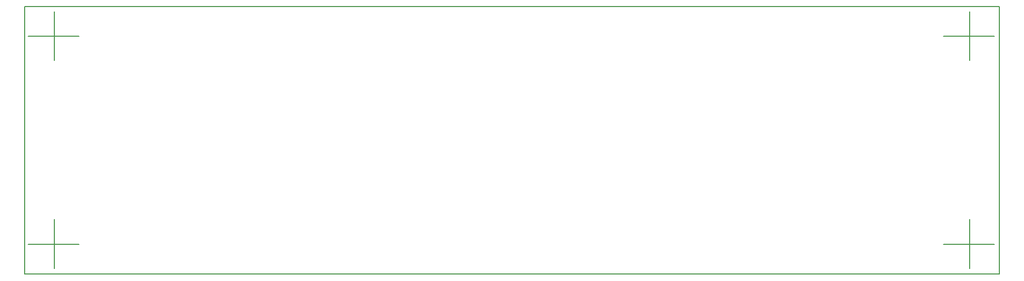
<source format=gbp>
%FSLAX25Y25*%
%MOIN*%
G70*
G01*
G75*
G04 Layer_Color=128*
%ADD10R,0.02953X0.02362*%
%ADD11R,0.03937X0.04724*%
%ADD12R,0.04724X0.03937*%
%ADD13R,0.07087X0.09843*%
%ADD14C,0.05000*%
%ADD15C,0.01000*%
%ADD16C,0.07000*%
%ADD17C,0.00500*%
%ADD18C,0.00787*%
%ADD19C,0.10630*%
%ADD20C,0.23622*%
%ADD21C,0.07087*%
%ADD22R,0.10630X0.10630*%
%ADD23C,0.02400*%
%ADD24C,0.10000*%
%ADD25C,0.00984*%
%ADD26C,0.03000*%
%ADD27C,0.00394*%
%ADD28R,0.03753X0.03162*%
%ADD29R,0.04737X0.05524*%
%ADD30R,0.05524X0.04737*%
%ADD31R,0.07887X0.10642*%
%ADD32C,0.11430*%
%ADD33C,0.24422*%
%ADD34C,0.07887*%
%ADD35R,0.11430X0.11430*%
%ADD36C,0.03937*%
D17*
X0Y0D02*
Y177165D01*
X645669D01*
Y0D02*
Y177165D01*
X0Y0D02*
X645669D01*
D18*
X2385Y19685D02*
X36085D01*
X19685Y3785D02*
Y36285D01*
X608684Y19685D02*
X642384D01*
X625984Y3785D02*
Y36285D01*
X608684Y157480D02*
X642384D01*
X625984Y141580D02*
Y174080D01*
X2385Y157480D02*
X36085D01*
X19685Y141580D02*
Y174080D01*
M02*

</source>
